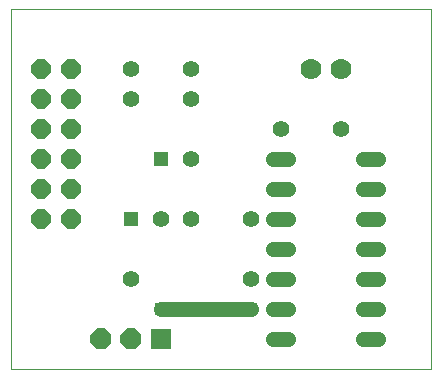
<source format=gtl>
G75*
%MOIN*%
%OFA0B0*%
%FSLAX25Y25*%
%IPPOS*%
%LPD*%
%AMOC8*
5,1,8,0,0,1.08239X$1,22.5*
%
%ADD10C,0.00000*%
%ADD11C,0.05543*%
%ADD12R,0.04756X0.04756*%
%ADD13C,0.05150*%
%ADD14OC8,0.07000*%
%ADD15R,0.07000X0.07000*%
%ADD16OC8,0.06496*%
%ADD17C,0.07000*%
%ADD18C,0.05000*%
%ADD19R,0.03962X0.03962*%
D10*
X0010760Y0018886D02*
X0010760Y0138886D01*
X0150760Y0138886D01*
X0150760Y0018886D01*
X0010760Y0018886D01*
D11*
X0050760Y0048886D03*
X0060760Y0068886D03*
X0070760Y0068886D03*
X0090760Y0068886D03*
X0070760Y0088886D03*
X0070760Y0108886D03*
X0070760Y0118886D03*
X0050760Y0118886D03*
X0050760Y0108886D03*
X0100760Y0098886D03*
X0120760Y0098886D03*
X0090760Y0048886D03*
D12*
X0050760Y0068886D03*
X0060760Y0088886D03*
D13*
X0098185Y0088886D02*
X0103335Y0088886D01*
X0103335Y0078886D02*
X0098185Y0078886D01*
X0098185Y0068886D02*
X0103335Y0068886D01*
X0103335Y0058886D02*
X0098185Y0058886D01*
X0098185Y0048886D02*
X0103335Y0048886D01*
X0103335Y0038886D02*
X0098185Y0038886D01*
X0098185Y0028886D02*
X0103335Y0028886D01*
X0128185Y0028886D02*
X0133335Y0028886D01*
X0133335Y0038886D02*
X0128185Y0038886D01*
X0128185Y0048886D02*
X0133335Y0048886D01*
X0133335Y0058886D02*
X0128185Y0058886D01*
X0128185Y0068886D02*
X0133335Y0068886D01*
X0133335Y0078886D02*
X0128185Y0078886D01*
X0128185Y0088886D02*
X0133335Y0088886D01*
D14*
X0050760Y0028886D03*
X0040760Y0028886D03*
D15*
X0060760Y0028886D03*
D16*
X0030760Y0068886D03*
X0030760Y0078886D03*
X0030760Y0088886D03*
X0030760Y0098886D03*
X0020760Y0098886D03*
X0020760Y0088886D03*
X0020760Y0078886D03*
X0020760Y0068886D03*
X0020760Y0108886D03*
X0030760Y0108886D03*
X0030760Y0118886D03*
X0020760Y0118886D03*
D17*
X0110760Y0118886D03*
X0120760Y0118886D03*
D18*
X0090760Y0038886D02*
X0060760Y0038886D01*
D19*
X0060760Y0038886D03*
X0090760Y0038886D03*
M02*

</source>
